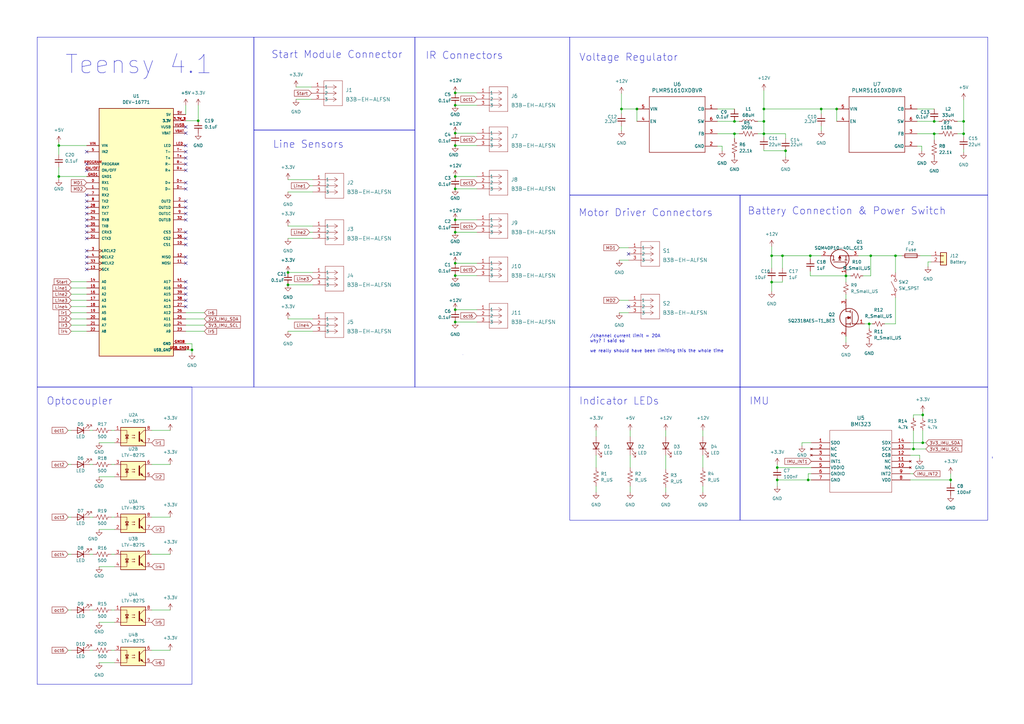
<source format=kicad_sch>
(kicad_sch (version 20230121) (generator eeschema)
  (paper "A3")
  (junction (at 383.159 49.784))
  (junction (at 186.69 113.03))
  (junction (at 383.159 54.864))
  (junction (at 24.13 72.39))
  (junction (at 186.69 77.47))
  (junction (at 378.46 170.18))
  (junction (at 378.46 181.61))
  (junction (at 186.69 43.18))
  (junction (at 78.74 143.51))
  (junction (at 313.309 44.704))
  (junction (at 395.224 54.864))
  (junction (at 186.69 38.1))
  (junction (at 357.124 104.902))
  (junction (at 395.224 49.784))
  (junction (at 254.889 44.704))
  (junction (at 318.77 191.77))
  (junction (at 186.69 90.17))
  (junction (at 322.199 61.849))
  (junction (at 316.484 104.902))
  (junction (at 118.11 116.84))
  (junction (at 186.69 95.25))
  (junction (at 261.239 44.704))
  (junction (at 332.359 104.902))
  (junction (at 331.47 196.85))
  (junction (at 343.154 44.704))
  (junction (at 320.929 104.902))
  (junction (at 301.244 54.864))
  (junction (at 389.89 196.85))
  (junction (at 313.309 49.784))
  (junction (at 336.804 44.704))
  (junction (at 186.69 127))
  (junction (at 356.489 132.842))
  (junction (at 374.65 184.15))
  (junction (at 81.28 49.53))
  (junction (at 24.13 59.69))
  (junction (at 301.244 49.784))
  (junction (at 186.69 72.39))
  (junction (at 316.484 115.697))
  (junction (at 186.69 54.61))
  (junction (at 318.77 196.85))
  (junction (at 186.69 59.69))
  (junction (at 313.309 54.864))
  (junction (at 346.964 113.157))
  (junction (at 367.284 104.902))
  (junction (at 118.11 111.76))
  (junction (at 186.69 107.95))
  (junction (at 186.69 132.08))
  (no_connect (at 35.56 102.87))
  (no_connect (at 76.2 82.55))
  (no_connect (at 76.2 95.25))
  (no_connect (at 76.2 100.33))
  (no_connect (at 76.2 90.17))
  (no_connect (at 35.56 95.25))
  (no_connect (at 35.56 97.79))
  (no_connect (at 76.2 87.63))
  (no_connect (at 257.81 125.73))
  (no_connect (at 257.81 104.14))
  (no_connect (at 76.2 120.65))
  (no_connect (at 76.2 77.47))
  (no_connect (at 76.2 118.11))
  (no_connect (at 35.56 90.17))
  (no_connect (at 76.2 74.93))
  (no_connect (at 76.2 69.85))
  (no_connect (at 76.2 125.73))
  (no_connect (at 35.56 69.85))
  (no_connect (at 76.2 97.79))
  (no_connect (at 76.2 59.69))
  (no_connect (at 35.56 67.31))
  (no_connect (at 35.56 92.71))
  (no_connect (at 76.2 67.31))
  (no_connect (at 76.2 85.09))
  (no_connect (at 76.2 62.23))
  (no_connect (at 76.2 105.41))
  (no_connect (at 35.56 62.23))
  (no_connect (at 35.56 82.55))
  (no_connect (at 76.2 123.19))
  (no_connect (at 76.2 52.07))
  (no_connect (at 35.56 85.09))
  (no_connect (at 76.2 64.77))
  (no_connect (at 76.2 115.57))
  (no_connect (at 35.56 110.49))
  (no_connect (at 76.2 107.95))
  (no_connect (at 35.56 105.41))
  (no_connect (at 76.2 54.61))
  (no_connect (at 35.56 87.63))
  (no_connect (at 35.56 107.95))
  (no_connect (at 35.56 80.01))
  (wire (pts (xy 81.28 49.53) (xy 76.2 49.53)))
  (wire (pts (xy 186.69 95.25) (xy 195.58 95.25)))
  (wire (pts (xy 35.56 72.39) (xy 24.13 72.39)))
  (wire (pts (xy 40.64 255.27) (xy 46.99 255.27)))
  (wire (pts (xy 374.65 184.15) (xy 379.73 184.15)))
  (wire (pts (xy 69.85 212.09) (xy 62.23 212.09)))
  (wire (pts (xy 76.2 128.27) (xy 83.82 128.27)))
  (wire (pts (xy 367.284 104.902) (xy 369.824 104.902)))
  (wire (pts (xy 76.2 135.89) (xy 83.82 135.89)))
  (wire (pts (xy 288.29 186.69) (xy 288.29 191.77)))
  (wire (pts (xy 322.199 61.849) (xy 322.199 64.389)))
  (wire (pts (xy 378.46 170.18) (xy 374.65 170.18)))
  (wire (pts (xy 395.224 40.894) (xy 395.224 49.784)))
  (wire (pts (xy 378.46 170.18) (xy 378.46 168.91)))
  (wire (pts (xy 45.72 212.09) (xy 46.99 212.09)))
  (wire (pts (xy 332.359 104.902) (xy 320.929 104.902)))
  (wire (pts (xy 373.38 186.69) (xy 377.19 186.69)))
  (wire (pts (xy 392.684 49.784) (xy 395.224 49.784)))
  (wire (pts (xy 336.804 104.902) (xy 332.359 104.902)))
  (wire (pts (xy 322.199 54.864) (xy 313.309 54.864)))
  (wire (pts (xy 328.93 181.61) (xy 328.93 182.88)))
  (wire (pts (xy 76.2 143.51) (xy 78.74 143.51)))
  (wire (pts (xy 78.74 140.97) (xy 78.74 143.51)))
  (wire (pts (xy 35.56 59.69) (xy 24.13 59.69)))
  (wire (pts (xy 118.11 73.66) (xy 128.27 73.66)))
  (wire (pts (xy 383.159 49.784) (xy 385.064 49.784)))
  (wire (pts (xy 69.85 266.7) (xy 62.23 266.7)))
  (wire (pts (xy 69.85 250.19) (xy 62.23 250.19)))
  (wire (pts (xy 27.94 250.19) (xy 29.21 250.19)))
  (wire (pts (xy 186.69 59.69) (xy 195.58 59.69)))
  (wire (pts (xy 316.484 115.062) (xy 316.484 115.697)))
  (wire (pts (xy 258.445 199.39) (xy 258.445 201.93)))
  (wire (pts (xy 27.94 176.53) (xy 29.21 176.53)))
  (wire (pts (xy 380.619 107.442) (xy 380.619 109.347)))
  (wire (pts (xy 45.72 266.7) (xy 46.99 266.7)))
  (wire (pts (xy 118.11 97.79) (xy 128.27 97.79)))
  (wire (pts (xy 254 106.68) (xy 257.81 106.68)))
  (wire (pts (xy 392.684 54.864) (xy 395.224 54.864)))
  (wire (pts (xy 362.839 132.842) (xy 367.284 132.842)))
  (wire (pts (xy 374.65 170.18) (xy 374.65 171.45)))
  (wire (pts (xy 24.13 59.69) (xy 24.13 63.5)))
  (wire (pts (xy 29.21 125.73) (xy 35.56 125.73)))
  (wire (pts (xy 78.74 143.51) (xy 78.74 144.78)))
  (wire (pts (xy 318.77 191.77) (xy 332.74 191.77)))
  (wire (pts (xy 273.05 176.53) (xy 273.05 179.07)))
  (wire (pts (xy 316.484 109.982) (xy 316.484 104.902)))
  (wire (pts (xy 288.29 176.53) (xy 288.29 179.07)))
  (wire (pts (xy 127 95.25) (xy 128.27 95.25)))
  (wire (pts (xy 273.05 186.69) (xy 273.05 192.405)))
  (wire (pts (xy 313.309 54.864) (xy 313.309 56.134)))
  (wire (pts (xy 301.244 54.864) (xy 301.244 56.769)))
  (wire (pts (xy 29.21 120.65) (xy 35.56 120.65)))
  (wire (pts (xy 24.13 59.69) (xy 24.13 58.42)))
  (wire (pts (xy 76.2 133.35) (xy 83.82 133.35)))
  (wire (pts (xy 36.83 266.7) (xy 38.1 266.7)))
  (wire (pts (xy 27.94 212.09) (xy 29.21 212.09)))
  (wire (pts (xy 40.64 271.78) (xy 46.99 271.78)))
  (wire (pts (xy 367.284 111.887) (xy 367.284 104.902)))
  (wire (pts (xy 318.77 190.5) (xy 318.77 191.77)))
  (wire (pts (xy 381.889 107.442) (xy 380.619 107.442)))
  (wire (pts (xy 374.65 176.53) (xy 374.65 184.15)))
  (wire (pts (xy 356.489 132.842) (xy 357.759 132.842)))
  (wire (pts (xy 377.444 104.902) (xy 381.889 104.902)))
  (wire (pts (xy 378.46 176.53) (xy 378.46 181.61)))
  (wire (pts (xy 378.079 59.944) (xy 378.079 61.849)))
  (wire (pts (xy 354.584 132.842) (xy 356.489 132.842)))
  (wire (pts (xy 29.21 130.81) (xy 35.56 130.81)))
  (wire (pts (xy 118.11 78.74) (xy 128.27 78.74)))
  (wire (pts (xy 378.46 181.61) (xy 373.38 181.61)))
  (wire (pts (xy 186.69 132.08) (xy 195.58 132.08)))
  (wire (pts (xy 121.412 40.767) (xy 127.762 40.767)))
  (wire (pts (xy 244.475 186.69) (xy 244.475 191.77)))
  (wire (pts (xy 316.484 115.697) (xy 316.484 119.507)))
  (wire (pts (xy 294.259 49.784) (xy 301.244 49.784)))
  (wire (pts (xy 356.489 132.842) (xy 356.489 134.747)))
  (wire (pts (xy 346.964 113.157) (xy 348.869 113.157)))
  (wire (pts (xy 186.69 77.47) (xy 195.58 77.47)))
  (wire (pts (xy 320.929 115.062) (xy 320.929 115.697)))
  (wire (pts (xy 294.259 54.864) (xy 301.244 54.864)))
  (wire (pts (xy 118.11 92.71) (xy 128.27 92.71)))
  (wire (pts (xy 395.224 54.864) (xy 395.224 56.134)))
  (wire (pts (xy 320.929 104.902) (xy 316.484 104.902)))
  (wire (pts (xy 310.769 54.864) (xy 313.309 54.864)))
  (wire (pts (xy 40.64 217.17) (xy 46.99 217.17)))
  (wire (pts (xy 373.38 184.15) (xy 374.65 184.15)))
  (wire (pts (xy 244.475 176.53) (xy 244.475 179.07)))
  (wire (pts (xy 376.174 54.864) (xy 383.159 54.864)))
  (wire (pts (xy 331.47 196.85) (xy 332.74 196.85)))
  (wire (pts (xy 357.124 113.157) (xy 357.124 104.902)))
  (wire (pts (xy 40.64 181.61) (xy 46.99 181.61)))
  (wire (pts (xy 310.769 49.784) (xy 313.309 49.784)))
  (wire (pts (xy 27.94 190.5) (xy 29.21 190.5)))
  (wire (pts (xy 45.72 176.53) (xy 46.99 176.53)))
  (wire (pts (xy 186.69 43.18) (xy 195.58 43.18)))
  (wire (pts (xy 186.69 72.39) (xy 195.58 72.39)))
  (wire (pts (xy 35.56 115.57) (xy 29.21 115.57)))
  (wire (pts (xy 376.174 59.944) (xy 378.079 59.944)))
  (wire (pts (xy 186.69 113.03) (xy 195.58 113.03)))
  (wire (pts (xy 29.21 118.11) (xy 35.56 118.11)))
  (wire (pts (xy 313.309 44.704) (xy 336.804 44.704)))
  (wire (pts (xy 296.164 59.944) (xy 296.164 61.849)))
  (wire (pts (xy 336.804 46.609) (xy 336.804 44.704)))
  (wire (pts (xy 353.949 113.157) (xy 357.124 113.157)))
  (wire (pts (xy 27.94 266.7) (xy 29.21 266.7)))
  (wire (pts (xy 40.64 232.41) (xy 46.99 232.41)))
  (wire (pts (xy 395.224 54.864) (xy 395.224 49.784)))
  (wire (pts (xy 318.77 196.85) (xy 331.47 196.85)))
  (wire (pts (xy 322.199 56.769) (xy 322.199 54.864)))
  (wire (pts (xy 389.89 194.31) (xy 389.89 196.85)))
  (wire (pts (xy 320.929 115.697) (xy 316.484 115.697)))
  (wire (pts (xy 294.259 44.704) (xy 301.244 44.704)))
  (wire (pts (xy 320.929 104.902) (xy 320.929 109.982)))
  (wire (pts (xy 331.47 194.31) (xy 331.47 196.85)))
  (wire (pts (xy 254 128.27) (xy 257.81 128.27)))
  (wire (pts (xy 254.889 44.704) (xy 261.239 44.704)))
  (wire (pts (xy 346.964 120.777) (xy 346.964 122.682)))
  (wire (pts (xy 27.94 227.33) (xy 29.21 227.33)))
  (wire (pts (xy 343.154 44.704) (xy 343.154 49.784)))
  (wire (pts (xy 377.19 186.69) (xy 377.19 187.96)))
  (wire (pts (xy 346.964 137.922) (xy 346.964 140.462)))
  (wire (pts (xy 378.46 170.18) (xy 378.46 171.45)))
  (wire (pts (xy 186.69 127) (xy 195.58 127)))
  (wire (pts (xy 121.412 35.687) (xy 127.762 35.687)))
  (wire (pts (xy 254.889 38.354) (xy 254.889 44.704)))
  (wire (pts (xy 81.28 43.18) (xy 81.28 49.53)))
  (wire (pts (xy 254.889 46.609) (xy 254.889 44.704)))
  (wire (pts (xy 36.83 190.5) (xy 38.1 190.5)))
  (wire (pts (xy 318.77 199.39) (xy 318.77 196.85)))
  (wire (pts (xy 24.13 72.39) (xy 24.13 73.66)))
  (wire (pts (xy 373.38 196.85) (xy 389.89 196.85)))
  (wire (pts (xy 69.85 176.53) (xy 62.23 176.53)))
  (wire (pts (xy 45.72 190.5) (xy 46.99 190.5)))
  (wire (pts (xy 29.21 128.27) (xy 35.56 128.27)))
  (wire (pts (xy 24.13 68.58) (xy 24.13 72.39)))
  (wire (pts (xy 76.2 43.18) (xy 76.2 46.99)))
  (wire (pts (xy 288.29 199.39) (xy 288.29 201.93)))
  (wire (pts (xy 45.72 250.19) (xy 46.99 250.19)))
  (wire (pts (xy 29.21 135.89) (xy 35.56 135.89)))
  (wire (pts (xy 346.964 112.522) (xy 346.964 113.157)))
  (wire (pts (xy 379.73 181.61) (xy 378.46 181.61)))
  (wire (pts (xy 45.72 227.33) (xy 46.99 227.33)))
  (wire (pts (xy 118.11 130.81) (xy 128.27 130.81)))
  (wire (pts (xy 313.309 61.849) (xy 322.199 61.849)))
  (wire (pts (xy 357.124 104.902) (xy 367.284 104.902)))
  (wire (pts (xy 374.65 194.31) (xy 373.38 194.31)))
  (wire (pts (xy 118.11 116.84) (xy 128.27 116.84)))
  (wire (pts (xy 244.475 199.39) (xy 244.475 201.93)))
  (wire (pts (xy 69.85 227.33) (xy 62.23 227.33)))
  (wire (pts (xy 258.445 186.69) (xy 258.445 191.77)))
  (wire (pts (xy 346.964 113.157) (xy 346.964 115.697)))
  (wire (pts (xy 258.445 176.53) (xy 258.445 179.07)))
  (wire (pts (xy 36.83 212.09) (xy 38.1 212.09)))
  (wire (pts (xy 186.69 54.61) (xy 195.58 54.61)))
  (wire (pts (xy 118.11 135.89) (xy 128.27 135.89)))
  (wire (pts (xy 273.05 200.025) (xy 273.05 201.93)))
  (wire (pts (xy 254 123.19) (xy 257.81 123.19)))
  (wire (pts (xy 301.244 49.784) (xy 303.149 49.784)))
  (wire (pts (xy 76.2 130.81) (xy 83.82 130.81)))
  (wire (pts (xy 261.239 44.704) (xy 261.239 49.784)))
  (wire (pts (xy 127 76.2) (xy 128.27 76.2)))
  (wire (pts (xy 352.044 104.902) (xy 357.124 104.902)))
  (wire (pts (xy 36.83 176.53) (xy 38.1 176.53)))
  (wire (pts (xy 313.309 54.864) (xy 313.309 49.784)))
  (wire (pts (xy 186.69 90.17) (xy 195.58 90.17)))
  (wire (pts (xy 316.484 104.902) (xy 316.484 101.092)))
  (wire (pts (xy 313.309 49.784) (xy 313.309 44.704)))
  (wire (pts (xy 383.159 54.864) (xy 383.159 57.404)))
  (wire (pts (xy 69.85 190.5) (xy 62.23 190.5)))
  (wire (pts (xy 332.359 104.902) (xy 332.359 106.172)))
  (wire (pts (xy 332.74 194.31) (xy 331.47 194.31)))
  (wire (pts (xy 294.259 59.944) (xy 296.164 59.944)))
  (wire (pts (xy 376.174 44.704) (xy 383.159 44.704)))
  (wire (pts (xy 389.89 198.12) (xy 389.89 196.85)))
  (wire (pts (xy 383.159 54.864) (xy 385.064 54.864)))
  (wire (pts (xy 301.244 54.864) (xy 303.149 54.864)))
  (wire (pts (xy 395.224 61.214) (xy 395.224 62.484)))
  (wire (pts (xy 36.83 250.19) (xy 38.1 250.19)))
  (wire (pts (xy 332.359 111.252) (xy 332.359 113.157)))
  (wire (pts (xy 376.174 49.784) (xy 383.159 49.784)))
  (wire (pts (xy 254 101.6) (xy 257.81 101.6)))
  (wire (pts (xy 254.889 51.689) (xy 254.889 53.594)))
  (wire (pts (xy 186.69 107.95) (xy 195.58 107.95)))
  (wire (pts (xy 332.74 181.61) (xy 328.93 181.61)))
  (wire (pts (xy 313.309 37.084) (xy 313.309 44.704)))
  (wire (pts (xy 36.83 227.33) (xy 38.1 227.33)))
  (wire (pts (xy 367.284 132.842) (xy 367.284 122.047)))
  (wire (pts (xy 313.309 61.214) (xy 313.309 61.849)))
  (wire (pts (xy 336.804 44.704) (xy 343.154 44.704)))
  (wire (pts (xy 118.11 111.76) (xy 128.27 111.76)))
  (wire (pts (xy 76.2 140.97) (xy 78.74 140.97)))
  (wire (pts (xy 332.359 113.157) (xy 346.964 113.157)))
  (wire (pts (xy 186.69 38.1) (xy 195.58 38.1)))
  (wire (pts (xy 336.804 51.689) (xy 336.804 53.594)))
  (wire (pts (xy 40.64 195.58) (xy 46.99 195.58)))
  (wire (pts (xy 29.21 123.19) (xy 35.56 123.19)))
  (wire (pts (xy 29.21 133.35) (xy 35.56 133.35)))
  (rectangle (start 15.24 15.24) (end 104.14 158.75))
  (rectangle (start 170.18 15.24) (end 233.68 158.75))
  (rectangle (start 104.14 15.24) (end 170.18 53.34))
  (rectangle (start 233.68 158.75) (end 303.53 213.36))
  (rectangle (start 189.865 145.415) (end 189.865 145.415))
  (rectangle (start 104.14 15.24) (end 104.14 15.24))
  (rectangle (start 233.68 15.24) (end 405.13 80.01))
  (rectangle (start 303.53 158.75) (end 405.13 213.36))
  (rectangle (start 233.68 80.01) (end 303.53 158.75))
  (rectangle (start 407.035 187.325) (end 407.035 187.96))
  (rectangle (start 303.53 80.01) (end 405.13 158.75))
  (rectangle (start 104.14 53.34) (end 170.18 158.75))
  (rectangle (start 15.24 158.75) (end 78.74 280.67))
  (text "Line Sensors" (at 111.887 61.087 0) (effects (font (size 3 3)) (justify left bottom)))
  (text "/channel current limit = 20A\nwhy? i said so\n\nwe really should have been limiting this the whole time\n" (at 241.935 144.78 0) (effects (font (size 1.27 1.27)) (justify left bottom)))
  (text "Start Module Connector" (at 111.252 24.257 0) (effects (font (size 3 3)) (justify left bottom)))
  (text "Motor Driver Connectors" (at 237.236 89.154 0) (effects (font (size 3 3)) (justify left bottom)))
  (text "Optocoupler" (at 19.05 166.37 0) (effects (font (size 3 3)) (justify left bottom)))
  (text "Indicator LEDs\n" (at 237.49 166.37 0) (effects (font (size 3 3)) (justify left bottom)))
  (text "Battery Connection & Power Switch" (at 306.578 88.392 0) (effects (font (size 3 3)) (justify left bottom)))
  (text "Teensy 4.1\n" (at 26.416 30.988 0) (effects (font (size 7.5 7.5)) (justify left bottom)))
  (text "Voltage Regulator" (at 237.49 25.4 0) (effects (font (size 3 3)) (justify left bottom)))
  (text "IR Connectors" (at 174.498 24.638 0) (effects (font (size 3 3)) (justify left bottom)))
  (text "IMU\n" (at 307.34 166.37 0) (effects (font (size 3 3)) (justify left bottom)))
  (global_label "IMU_INT1" (shape input) (at 332.74 189.23 180) (property "Intersheetrefs" "${INTERSHEET_REFS}" (effects hide)))
  (global_label "ir6" (shape input) (at 62.23 271.78 0) (property "Intersheetrefs" "${INTERSHEET_REFS}" (effects hide)))
  (global_label "oct1" (shape input) (at 27.94 176.53 180) (property "Intersheetrefs" "${INTERSHEET_REFS}" (effects hide)))
  (global_label "3V3_IMU_SDA" (shape input) (at 83.82 130.81 0) (property "Intersheetrefs" "${INTERSHEET_REFS}" (effects hide)))
  (global_label "oct2" (shape input) (at 27.94 190.5 180) (property "Intersheetrefs" "${INTERSHEET_REFS}" (effects hide)))
  (global_label "ir6" (shape input) (at 83.82 128.27 0) (property "Intersheetrefs" "${INTERSHEET_REFS}" (effects hide)))
  (global_label "ir5" (shape input) (at 62.23 255.27 0) (property "Intersheetrefs" "${INTERSHEET_REFS}" (effects hide)))
  (global_label "ir2" (shape input) (at 62.23 195.58 0) (property "Intersheetrefs" "${INTERSHEET_REFS}" (effects hide)))
  (global_label "Line4" (shape input) (at 128.27 133.35 180) (property "Intersheetrefs" "${INTERSHEET_REFS}" (effects hide)))
  (global_label "oct6" (shape input) (at 27.94 266.7 180) (property "Intersheetrefs" "${INTERSHEET_REFS}" (effects hide)))
  (global_label "Line1" (shape input) (at 127 76.2 180) (property "Intersheetrefs" "${INTERSHEET_REFS}" (effects hide)))
  (global_label "oct3" (shape input) (at 195.58 74.93 180) (property "Intersheetrefs" "${INTERSHEET_REFS}" (effects hide)))
  (global_label "3V3_IMU_SCL" (shape input) (at 379.73 184.15 0) (property "Intersheetrefs" "${INTERSHEET_REFS}" (effects hide)))
  (global_label "MD1" (shape input) (at 254 101.6 180) (property "Intersheetrefs" "${INTERSHEET_REFS}" (effects hide)))
  (global_label "oct4" (shape input) (at 195.58 92.71 180) (property "Intersheetrefs" "${INTERSHEET_REFS}" (effects hide)))
  (global_label "Line2" (shape input) (at 29.21 120.65 180) (property "Intersheetrefs" "${INTERSHEET_REFS}" (effects hide)))
  (global_label "oct1" (shape input) (at 195.58 40.64 180) (property "Intersheetrefs" "${INTERSHEET_REFS}" (effects hide)))
  (global_label "oct3" (shape input) (at 27.94 212.09 180) (property "Intersheetrefs" "${INTERSHEET_REFS}" (effects hide)))
  (global_label "MD2" (shape input) (at 254 123.19 180) (property "Intersheetrefs" "${INTERSHEET_REFS}" (effects hide)))
  (global_label "Line3" (shape input) (at 29.21 123.19 180) (property "Intersheetrefs" "${INTERSHEET_REFS}" (effects hide)))
  (global_label "3V3_IMU_SDA" (shape input) (at 379.73 181.61 0) (property "Intersheetrefs" "${INTERSHEET_REFS}" (effects hide)))
  (global_label "ir2" (shape input) (at 29.21 130.81 180) (property "Intersheetrefs" "${INTERSHEET_REFS}" (effects hide)))
  (global_label "oct2" (shape input) (at 195.58 57.15 180) (property "Intersheetrefs" "${INTERSHEET_REFS}" (effects hide)))
  (global_label "3V3_IMU_SCL" (shape input) (at 83.82 133.35 0) (property "Intersheetrefs" "${INTERSHEET_REFS}" (effects hide)))
  (global_label "IMU_INT2" (shape input) (at 374.65 194.31 0) (property "Intersheetrefs" "${INTERSHEET_REFS}" (effects hide)))
  (global_label "Line4" (shape input) (at 29.21 125.73 180) (property "Intersheetrefs" "${INTERSHEET_REFS}" (effects hide)))
  (global_label "ir1" (shape input) (at 62.23 181.61 0) (property "Intersheetrefs" "${INTERSHEET_REFS}" (effects hide)))
  (global_label "Start" (shape input) (at 29.21 115.57 180) (property "Intersheetrefs" "${INTERSHEET_REFS}" (effects hide)))
  (global_label "oct4" (shape input) (at 27.94 227.33 180) (property "Intersheetrefs" "${INTERSHEET_REFS}" (effects hide)))
  (global_label "Line1" (shape input) (at 29.21 118.11 180) (property "Intersheetrefs" "${INTERSHEET_REFS}" (effects hide)))
  (global_label "ir3" (shape input) (at 29.21 133.35 180) (property "Intersheetrefs" "${INTERSHEET_REFS}" (effects hide)))
  (global_label "MD2" (shape input) (at 35.56 77.47 180) (property "Intersheetrefs" "${INTERSHEET_REFS}" (effects hide)))
  (global_label "oct6" (shape input) (at 195.58 129.54 180) (property "Intersheetrefs" "${INTERSHEET_REFS}" (effects hide)))
  (global_label "oct5" (shape input) (at 195.58 110.49 180) (property "Intersheetrefs" "${INTERSHEET_REFS}" (effects hide)))
  (global_label "Line3" (shape input) (at 128.27 114.3 180) (property "Intersheetrefs" "${INTERSHEET_REFS}" (effects hide)))
  (global_label "ir4" (shape input) (at 29.21 135.89 180) (property "Intersheetrefs" "${INTERSHEET_REFS}" (effects hide)))
  (global_label "oct5" (shape input) (at 27.94 250.19 180) (property "Intersheetrefs" "${INTERSHEET_REFS}" (effects hide)))
  (global_label "ir4" (shape input) (at 62.23 232.41 0) (property "Intersheetrefs" "${INTERSHEET_REFS}" (effects hide)))
  (global_label "ir5" (shape input) (at 83.82 135.89 0) (property "Intersheetrefs" "${INTERSHEET_REFS}" (effects hide)))
  (global_label "Start" (shape input) (at 127.762 38.227 180) (property "Intersheetrefs" "${INTERSHEET_REFS}" (effects hide)))
  (global_label "ir3" (shape input) (at 62.23 217.17 0) (property "Intersheetrefs" "${INTERSHEET_REFS}" (effects hide)))
  (global_label "ir1" (shape input) (at 29.21 128.27 180) (property "Intersheetrefs" "${INTERSHEET_REFS}" (effects hide)))
  (global_label "MD1" (shape input) (at 35.56 74.93 180) (property "Intersheetrefs" "${INTERSHEET_REFS}" (effects hide)))
  (global_label "Line2" (shape input) (at 127 95.25 180) (property "Intersheetrefs" "${INTERSHEET_REFS}" (effects hide)))
  (symbol (lib_id "Device:C_Small") (at 24.13 66.04 0) (unit 1)
    (property "Reference" "C20" (at 26.67 63.5 0) (effects (justify left)))
    (property "Value" "0.1uF" (at 26.67 66.04 0) (effects (justify left)))
  )
  (symbol (lib_id "power:GND") (at 118.11 97.79 0) (unit 1)
    (property "Reference" "#PWR0114" (effects hide))
    (property "Value" "GND" (at 118.11 102.87 0))
  )
  (symbol (lib_id "SQM40P10-40L_GE3:SQM40P10-40L_GE3") (at 346.964 112.522 90) (unit 1)
    (property "Reference" "Q1" (at 353.949 99.187 90) (effects (justify left)))
    (property "Value" "SQM40P10-40L_GE3" (at 353.949 101.727 90) (effects (justify left)))
    (property "Footprint" "SQM40P1040L_GE3" (effects hide))
    (property "Datasheet" "https://componentsearchengine.com/Datasheets/1/SQM40P10-40L_GE3.pdf" (effects hide))
    (property "Height" "6.223" (effects hide))
    (property "Mouser Part Number" "78-SQM40P10-40L_GE3" (effects hide))
    (property "Mouser Price/Stock" "https://www.mouser.co.uk/ProductDetail/Vishay-Siliconix/SQM40P10-40L_GE3?qs=jHkklCh7amg3sgsHIUrcaw%3D%3D" (effects hide))
    (property "Manufacturer_Name" "Vishay" (effects hide))
    (property "Manufacturer_Part_Number" "SQM40P10-40L_GE3" (effects hide))
  )
  (symbol (lib_id "power:+3.3V") (at 389.89 194.31 0) (unit 1)
    (property "Reference" "#PWR025" (effects hide))
    (property "Value" "+3.3V" (at 389.89 189.23 0))
  )
  (symbol (lib_id "power:GND") (at 186.69 113.03 0) (unit 1)
    (property "Reference" "#PWR0103" (effects hide))
    (property "Value" "GND" (at 186.69 116.84 0))
  )
  (symbol (lib_id "Device:L") (at 306.959 49.784 90) (unit 1)
    (property "Reference" "L1" (at 306.959 44.704 90))
    (property "Value" "68uH" (at 306.959 47.244 90))
  )
  (symbol (lib_id "3pos:B3B-EH-ALFSN") (at 195.58 90.17 0) (unit 1)
    (property "Reference" "J9" (at 209.55 91.44 0) (effects (font (size 1.524 1.524)) (justify left)))
    (property "Value" "B3B-EH-ALFSN" (at 209.55 95.25 0) (effects (font (size 1.524 1.524)) (justify left)))
    (property "Footprint" "3pos screw terminal:CUI_TB002-500-03BE" (effects hide))
    (property "Datasheet" "B3B-EH-ALFSN" (effects hide))
  )
  (symbol (lib_name "GND_1") (lib_id "power:GND") (at 288.29 201.93 0) (unit 1)
    (property "Reference" "#PWR08" (effects hide))
    (property "Value" "GND" (at 288.29 207.01 0))
  )
  (symbol (lib_name "GND_2") (lib_id "power:GND") (at 395.224 62.484 0) (unit 1)
    (property "Reference" "#PWR015" (effects hide))
    (property "Value" "GND" (at 395.224 67.564 0))
  )
  (symbol (lib_id "Isolator:LTV-827S") (at 54.61 214.63 0) (unit 1)
    (property "Reference" "U3" (at 54.61 205.74 0))
    (property "Value" "LTV-827S" (at 54.61 208.28 0))
    (property "Footprint" "Package_DIP:SMDIP-8_W9.53mm" (effects hide))
    (property "Datasheet" "http://www.us.liteon.com/downloads/LTV-817-827-847.PDF" (effects hide))
  )
  (symbol (lib_id "Isolator:LTV-827S") (at 54.61 193.04 0) (unit 2)
    (property "Reference" "U2" (at 54.61 184.15 0))
    (property "Value" "LTV-827S" (at 54.61 186.69 0))
    (property "Footprint" "Package_DIP:SMDIP-8_W9.53mm" (effects hide))
    (property "Datasheet" "http://www.us.liteon.com/downloads/LTV-817-827-847.PDF" (effects hide))
  )
  (symbol (lib_id "Device:C_Small") (at 336.804 49.149 0) (unit 1)
    (property "Reference" "C10" (at 331.089 47.879 0) (effects (justify left)))
    (property "Value" "2.2uF" (at 329.819 49.784 0) (effects (justify left)))
  )
  (symbol (lib_id "Device:R_US") (at 273.05 196.215 0) (unit 1)
    (property "Reference" "R3" (at 274.955 194.945 0) (effects (justify left)))
    (property "Value" "R_US" (at 274.955 197.485 0) (effects (justify left)))
  )
  (symbol (lib_id "power:+3.3V") (at 244.475 176.53 0) (unit 1)
    (property "Reference" "#PWR01" (effects hide))
    (property "Value" "+3.3V" (at 244.475 171.45 0))
  )
  (symbol (lib_id "Device:R_Small_US") (at 351.409 113.157 90) (unit 1)
    (property "Reference" "R10" (at 351.409 107.442 90))
    (property "Value" "R_Small_US" (at 351.409 109.982 90))
  )
  (symbol (lib_id "Device:R_US") (at 383.159 61.214 180) (unit 1)
    (property "Reference" "R8" (at 385.064 59.944 0) (effects (justify right)))
    (property "Value" "22.1k" (at 385.064 62.484 0) (effects (justify right)))
  )
  (symbol (lib_id "Device:C_Small") (at 186.69 92.71 0) (unit 1)
    (property "Reference" "C2" (at 182.245 90.805 0) (effects (justify left)))
    (property "Value" "0.1uF" (at 179.705 93.345 0) (effects (justify left)))
  )
  (symbol (lib_id "Device:LED") (at 33.02 250.19 180) (unit 1)
    (property "Reference" "D9" (at 33.02 247.65 0))
    (property "Value" "LED" (at 33.02 252.73 0))
  )
  (symbol (lib_name "GND_2") (lib_id "power:GND") (at 336.804 53.594 0) (unit 1)
    (property "Reference" "#PWR013" (effects hide))
    (property "Value" "GND" (at 336.804 58.674 0))
  )
  (symbol (lib_name "GND_1") (lib_id "power:GND") (at 328.93 182.88 0) (unit 1)
    (property "Reference" "#PWR027" (effects hide))
    (property "Value" "GND" (at 328.93 186.69 0))
  )
  (symbol (lib_id "Device:R_US") (at 258.445 195.58 0) (unit 1)
    (property "Reference" "R2" (at 260.35 194.31 0) (effects (justify left)))
    (property "Value" "R_US" (at 260.35 196.85 0) (effects (justify left)))
  )
  (symbol (lib_id "3pos:B3B-EH-ALFSN") (at 127.762 35.687 0) (unit 1)
    (property "Reference" "J1" (at 141.732 36.957 0) (effects (font (size 1.524 1.524)) (justify left)))
    (property "Value" "B3B-EH-ALFSN" (at 141.732 40.767 0) (effects (font (size 1.524 1.524)) (justify left)))
    (property "Footprint" "3pos screw terminal:CUI_TB002-500-03BE" (effects hide))
    (property "Datasheet" "B3B-EH-ALFSN" (effects hide))
  )
  (symbol (lib_id "Device:LED") (at 273.05 182.88 90) (unit 1)
    (property "Reference" "D3" (at 276.225 183.1975 90) (effects (justify right)))
    (property "Value" "LED" (at 276.225 185.7375 90) (effects (justify right)))
  )
  (symbol (lib_id "Device:C_Small") (at 389.89 200.66 0) (unit 1)
    (property "Reference" "C8" (at 392.43 199.3963 0) (effects (justify left)))
    (property "Value" "100nF" (at 392.43 201.9363 0) (effects (justify left)))
  )
  (symbol (lib_id "power:+12V") (at 186.69 54.61 0) (unit 1)
    (property "Reference" "#PWR0128" (effects hide))
    (property "Value" "+12V" (at 186.69 50.8 0))
  )
  (symbol (lib_id "power:+3.3V") (at 81.28 43.18 0) (unit 1)
    (property "Reference" "#PWR0111" (effects hide))
    (property "Value" "+3.3V" (at 81.28 38.1 0))
  )
  (symbol (lib_id "power:+3.3V") (at 69.85 266.7 0) (unit 1)
    (property "Reference" "#PWR0132" (effects hide))
    (property "Value" "+3.3V" (at 69.85 261.62 0))
  )
  (symbol (lib_name "GND_1") (lib_id "power:GND") (at 258.445 201.93 0) (unit 1)
    (property "Reference" "#PWR06" (effects hide))
    (property "Value" "GND" (at 258.445 207.01 0))
  )
  (symbol (lib_id "power:+12V") (at 186.69 107.95 0) (unit 1)
    (property "Reference" "#PWR0104" (effects hide))
    (property "Value" "+12V" (at 186.69 104.14 0))
  )
  (symbol (lib_id "Device:LED") (at 258.445 182.88 90) (unit 1)
    (property "Reference" "D2" (at 261.62 183.1975 90) (effects (justify right)))
    (property "Value" "LED" (at 261.62 185.7375 90) (effects (justify right)))
  )
  (symbol (lib_id "power:GND") (at 118.11 135.89 0) (unit 1)
    (property "Reference" "#PWR0101" (effects hide))
    (property "Value" "GND" (at 118.11 140.97 0))
  )
  (symbol (lib_id "Device:L") (at 388.874 49.784 90) (unit 1)
    (property "Reference" "L2" (at 388.874 44.704 90))
    (property "Value" "33uH" (at 388.874 47.244 90))
  )
  (symbol (lib_id "Device:R_US") (at 306.959 54.864 90) (unit 1)
    (property "Reference" "R5" (at 306.324 50.419 90))
    (property "Value" "309k" (at 306.324 52.324 90))
  )
  (symbol (lib_id "power:+12V") (at 186.69 127 0) (unit 1)
    (property "Reference" "#PWR0102" (effects hide))
    (property "Value" "+12V" (at 186.69 123.19 0))
  )
  (symbol (lib_id "Device:C_Small") (at 318.77 194.31 0) (unit 1)
    (property "Reference" "C7" (at 321.31 193.0463 0) (effects (justify left)))
    (property "Value" "100nF" (at 321.31 195.5863 0) (effects (justify left)))
  )
  (symbol (lib_id "3pos:B3B-EH-ALFSN") (at 257.81 101.6 0) (unit 1)
    (property "Reference" "S1" (at 271.78 102.87 0) (effects (font (size 1.524 1.524)) (justify left)))
    (property "Value" "B3B-EH-ALFSN" (at 271.78 106.68 0) (effects (font (size 1.524 1.524)) (justify left)))
    (property "Footprint" "3pos screw terminal:CUI_TB002-500-03BE" (effects hide))
    (property "Datasheet" "B3B-EH-ALFSN" (effects hide))
  )
  (symbol (lib_id "3pos:B3B-EH-ALFSN") (at 195.58 38.1 0) (unit 1)
    (property "Reference" "J6" (at 209.55 39.37 0) (effects (font (size 1.524 1.524)) (justify left)))
    (property "Value" "B3B-EH-ALFSN" (at 209.55 43.18 0) (effects (font (size 1.524 1.524)) (justify left)))
    (property "Footprint" "3pos screw terminal:CUI_TB002-500-03BE" (effects hide))
    (property "Datasheet" "B3B-EH-ALFSN" (effects hide))
  )
  (symbol (lib_id "Device:C_Small") (at 81.28 52.07 0) (unit 1)
    (property "Reference" "C19" (at 83.82 49.53 0) (effects (justify left)))
    (property "Value" "0.1uF" (at 83.82 52.07 0) (effects (justify left)))
  )
  (symbol (lib_id "power:GND") (at 186.69 77.47 0) (unit 1)
    (property "Reference" "#PWR0107" (effects hide))
    (property "Value" "GND" (at 186.69 81.28 0))
  )
  (symbol (lib_name "GND_1") (lib_id "power:GND") (at 273.05 201.93 0) (unit 1)
    (property "Reference" "#PWR07" (effects hide))
    (property "Value" "GND" (at 273.05 207.01 0))
  )
  (symbol (lib_id "power:+12V") (at 273.05 176.53 0) (unit 1)
    (property "Reference" "#PWR02" (effects hide))
    (property "Value" "+12V" (at 273.05 171.45 0))
  )
  (symbol (lib_id "Device:R_Small_US") (at 374.65 173.99 0) (unit 1)
    (property "Reference" "R14" (at 368.3 172.72 0) (effects (justify left)))
    (property "Value" "4.7k" (at 368.3 175.26 0) (effects (justify left)))
  )
  (symbol (lib_id "3pos:B3B-EH-ALFSN") (at 128.27 92.71 0) (unit 1)
    (property "Reference" "J3" (at 142.24 93.98 0) (effects (font (size 1.524 1.524)) (justify left)))
    (property "Value" "B3B-EH-ALFSN" (at 142.24 97.79 0) (effects (font (size 1.524 1.524)) (justify left)))
    (property "Footprint" "3pos screw terminal:CUI_TB002-500-03BE" (effects hide))
    (property "Datasheet" "B3B-EH-ALFSN" (effects hide))
  )
  (symbol (lib_id "power:+3.3V") (at 118.11 73.66 0) (unit 1)
    (property "Reference" "#PWR0124" (effects hide))
    (property "Value" "+3.3V" (at 118.11 68.58 0))
  )
  (symbol (lib_id "power:+3.3V") (at 69.85 176.53 0) (unit 1)
    (property "Reference" "#PWR0119" (effects hide))
    (property "Value" "+3.3V" (at 69.85 171.45 0))
  )
  (symbol (lib_id "Connector_Generic:Conn_01x02") (at 386.969 104.902 0) (unit 1)
    (property "Reference" "J12" (at 389.509 104.9019 0) (effects (justify left)))
    (property "Value" "Battery" (at 389.509 107.4419 0) (effects (justify left)))
  )
  (symbol (lib_id "power:+5V") (at 258.445 176.53 0) (unit 1)
    (property "Reference" "#PWR04" (effects hide))
    (property "Value" "+5V" (at 258.445 171.45 0))
  )
  (symbol (lib_id "Isolator:LTV-827S") (at 54.61 229.87 0) (unit 2)
    (property "Reference" "U3" (at 54.61 220.98 0))
    (property "Value" "LTV-827S" (at 54.61 223.52 0))
    (property "Footprint" "Package_DIP:SMDIP-8_W9.53mm" (effects hide))
    (property "Datasheet" "http://www.us.liteon.com/downloads/LTV-817-827-847.PDF" (effects hide))
  )
  (symbol (lib_id "power:+5V") (at 395.224 40.894 0) (unit 1)
    (property "Reference" "#PWR018" (effects hide))
    (property "Value" "+5V" (at 395.224 35.814 0))
  )
  (symbol (lib_id "power:+12V") (at 186.69 72.39 0) (unit 1)
    (property "Reference" "#PWR0108" (effects hide))
    (property "Value" "+12V" (at 186.69 67.945 0))
  )
  (symbol (lib_id "Device:LED") (at 33.02 266.7 180) (unit 1)
    (property "Reference" "D10" (at 33.02 264.16 0))
    (property "Value" "LED" (at 33.02 269.24 0))
  )
  (symbol (lib_id "Device:LED") (at 244.475 182.88 90) (unit 1)
    (property "Reference" "D1" (at 247.65 183.1975 90) (effects (justify right)))
    (property "Value" "LED" (at 247.65 185.7375 90) (effects (justify right)))
  )
  (symbol (lib_name "GND_1") (lib_id "power:GND") (at 356.489 139.827 0) (unit 1)
    (property "Reference" "#PWR024" (effects hide))
    (property "Value" "GND" (at 356.489 144.907 0))
  )
  (symbol (lib_id "Device:R_US") (at 41.91 190.5 90) (unit 1)
    (property "Reference" "R18" (at 41.91 187.96 90))
    (property "Value" "500" (at 41.91 193.04 90))
  )
  (symbol (lib_id "Device:R_US") (at 41.91 212.09 90) (unit 1)
    (property "Reference" "R19" (at 41.91 209.55 90))
    (property "Value" "500" (at 41.91 214.63 90))
  )
  (symbol (lib_id "Device:LED") (at 33.02 212.09 180) (unit 1)
    (property "Reference" "D7" (at 33.02 209.55 0))
    (property "Value" "LED" (at 33.02 214.63 0))
  )
  (symbol (lib_id "Device:LED") (at 33.02 176.53 180) (unit 1)
    (property "Reference" "D5" (at 33.02 173.99 0))
    (property "Value" "LED" (at 33.02 179.07 0))
  )
  (symbol (lib_id "Device:R_Small_US") (at 378.46 173.99 0) (unit 1)
    (property "Reference" "R13" (at 380.365 172.72 0) (effects (justify left)))
    (property "Value" "4.7k" (at 380.365 175.26 0) (effects (justify left)))
  )
  (symbol (lib_id "3pos:B3B-EH-ALFSN") (at 128.27 111.76 0) (unit 1)
    (property "Reference" "J4" (at 142.24 113.03 0) (effects (font (size 1.524 1.524)) (justify left)))
    (property "Value" "B3B-EH-ALFSN" (at 142.24 116.84 0) (effects (font (size 1.524 1.524)) (justify left)))
    (property "Footprint" "3pos screw terminal:CUI_TB002-500-03BE" (effects hide))
    (property "Datasheet" "B3B-EH-ALFSN" (effects hide))
  )
  (symbol (lib_id "power:+3.3V") (at 69.85 227.33 0) (unit 1)
    (property "Reference" "#PWR0137" (effects hide))
    (property "Value" "+3.3V" (at 69.85 222.25 0))
  )
  (symbol (lib_id "power:+5V") (at 24.13 58.42 0) (unit 1)
    (property "Reference" "#PWR035" (effects hide))
    (property "Value" "+5V" (at 24.13 53.34 0))
  )
  (symbol (lib_id "power:+5V") (at 76.2 43.18 0) (unit 1)
    (property "Reference" "#PWR036" (effects hide))
    (property "Value" "+5V" (at 76.2 38.1 0))
  )
  (symbol (lib_name "GND_2") (lib_id "power:GND") (at 301.244 64.389 0) (unit 1)
    (property "Reference" "#PWR09" (effects hide))
    (property "Value" "GND" (at 301.244 69.469 0))
  )
  (symbol (lib_id "Device:R_US") (at 388.874 54.864 90) (unit 1)
    (property "Reference" "R7" (at 388.239 50.419 90))
    (property "Value" "118k" (at 388.239 52.324 90))
  )
  (symbol (lib_id "power:GND") (at 40.64 255.27 0) (unit 1)
    (property "Reference" "#PWR0135" (effects hide))
    (property "Value" "GND" (at 40.64 259.08 0))
  )
  (symbol (lib_id "Switch:SW_SPST") (at 367.284 116.967 90) (unit 1)
    (property "Reference" "SW2" (at 368.554 115.697 90) (effects (justify right)))
    (property "Value" "SW_SPST" (at 368.554 118.237 90) (effects (justify right)))
  )
  (symbol (lib_id "3pos:B3B-EH-ALFSN") (at 195.58 107.95 0) (unit 1)
    (property "Reference" "J10" (at 209.55 109.22 0) (effects (font (size 1.524 1.524)) (justify left)))
    (property "Value" "B3B-EH-ALFSN" (at 209.55 113.03 0) (effects (font (size 1.524 1.524)) (justify left)))
    (property "Footprint" "3pos screw terminal:CUI_TB002-500-03BE" (effects hide))
    (property "Datasheet" "B3B-EH-ALFSN" (effects hide))
  )
  (symbol (lib_id "power:+3.3V") (at 69.85 250.19 0) (unit 1)
    (property "Reference" "#PWR0133" (effects hide))
    (property "Value" "+3.3V" (at 69.85 245.11 0))
  )
  (symbol (lib_id "Device:C_Small") (at 301.244 47.244 0) (unit 1)
    (property "Reference" "C9" (at 295.529 45.974 0) (effects (justify left)))
    (property "Value" "0.1uF" (at 293.624 47.879 0) (effects (justify left)))
  )
  (symbol (lib_id "power:+3.3V") (at 378.46 168.91 0) (unit 1)
    (property "Reference" "#PWR031" (effects hide))
    (property "Value" "+3.3V" (at 378.46 163.83 0))
  )
  (symbol (lib_name "GND_1") (lib_id "power:GND") (at 244.475 201.93 0) (unit 1)
    (property "Reference" "#PWR05" (effects hide))
    (property "Value" "GND" (at 244.475 207.01 0))
  )
  (symbol (lib_name "GND_2") (lib_id "power:GND") (at 296.164 61.849 0) (unit 1)
    (property "Reference" "#PWR011" (effects hide))
    (property "Value" "GND" (at 296.164 66.929 0))
  )
  (symbol (lib_id "2024-02-18_20-15-12:BMI323") (at 332.74 181.61 0) (unit 1)
    (property "Reference" "U5" (at 353.06 171.45 0) (effects (font (size 1.524 1.524))))
    (property "Value" "BMI323" (at 353.06 173.99 0) (effects (font (size 1.524 1.524))))
    (property "Footprint" "BMI323_BOS" (effects hide))
    (property "Datasheet" "BMI323" (effects hide))
  )
  (symbol (lib_id "power:+3.3V") (at 121.412 35.687 0) (unit 1)
    (property "Reference" "#PWR0122" (effects hide))
    (property "Value" "+3.3V" (at 121.412 30.607 0))
  )
  (symbol (lib_id "Device:LED") (at 33.02 227.33 180) (unit 1)
    (property "Reference" "D8" (at 33.02 224.79 0))
    (property "Value" "LED" (at 33.02 229.87 0))
  )
  (symbol (lib_id "Isolator:LTV-827S") (at 54.61 179.07 0) (unit 1)
    (property "Reference" "U2" (at 54.61 170.18 0))
    (property "Value" "LTV-827S" (at 54.61 172.72 0))
    (property "Footprint" "Package_DIP:SMDIP-8_W9.53mm" (effects hide))
    (property "Datasheet" "http://www.us.liteon.com/downloads/LTV-817-827-847.PDF" (effects hide))
  )
  (symbol (lib_id "Isolator:LTV-827S") (at 54.61 269.24 0) (unit 2)
    (property "Reference" "U4" (at 54.61 260.35 0))
    (property "Value" "LTV-827S" (at 54.61 262.89 0))
    (property "Footprint" "Package_DIP:SMDIP-8_W9.53mm" (effects hide))
    (property "Datasheet" "http://www.us.liteon.com/downloads/LTV-817-827-847.PDF" (effects hide))
  )
  (symbol (lib_id "power:GND") (at 40.64 195.58 0) (unit 1)
    (property "Reference" "#PWR0131" (effects hide))
    (property "Value" "GND" (at 40.64 199.39 0))
  )
  (symbol (lib_id "power:GND") (at 186.69 95.25 0) (unit 1)
    (property "Reference" "#PWR0106" (effects hide))
    (property "Value" "GND" (at 186.69 99.06 0))
  )
  (symbol (lib_name "GND_1") (lib_id "power:GND") (at 24.13 73.66 0) (unit 1)
    (property "Reference" "#PWR034" (effects hide))
    (property "Value" "GND" (at 24.13 77.47 0))
  )
  (symbol (lib_name "+12V_1") (lib_id "power:+12V") (at 288.29 176.53 0) (unit 1)
    (property "Reference" "#PWR03" (effects hide))
    (property "Value" "+34V" (at 288.29 171.45 0))
  )
  (symbol (lib_id "power:GND") (at 254 106.68 0) (unit 1)
    (property "Reference" "#PWR0116" (effects hide))
    (property "Value" "GND" (at 254 111.76 0))
  )
  (symbol (lib_name "GND_2") (lib_id "power:GND") (at 378.079 61.849 0) (unit 1)
    (property "Reference" "#PWR014" (effects hide))
    (property "Value" "GND" (at 378.079 66.929 0))
  )
  (symbol (lib_id "Device:C_Small") (at 332.359 108.712 0) (unit 1)
    (property "Reference" "C18" (at 334.899 107.4483 0) (effects (justify left)))
    (property "Value" "1uF" (at 334.899 109.9883 0) (effects (justify left)))
  )
  (symbol (lib_name "GND_1") (lib_id "power:GND") (at 377.19 187.96 0) (unit 1)
    (property "Reference" "#PWR030" (effects hide))
    (property "Value" "GND" (at 377.19 191.77 0))
  )
  (symbol (lib_id "Device:C_Small") (at 186.69 40.64 0) (unit 1)
    (property "Reference" "C5" (at 182.245 38.735 0) (effects (justify left)))
    (property "Value" "0.1uF" (at 179.705 41.275 0) (effects (justify left)))
  )
  (symbol (lib_id "power:GND") (at 40.64 217.17 0) (unit 1)
    (property "Reference" "#PWR0129" (effects hide))
    (property "Value" "GND" (at 38.1 220.98 0))
  )
  (symbol (lib_id "Device:LED") (at 33.02 190.5 180) (unit 1)
    (property "Reference" "D6" (at 33.02 187.96 0))
    (property "Value" "LED" (at 33.02 193.04 0))
  )
  (symbol (lib_id "power:+3.3V") (at 69.85 212.09 0) (unit 1)
    (property "Reference" "#PWR0136" (effects hide))
    (property "Value" "+3.3V" (at 69.85 207.01 0))
  )
  (symbol (lib_id "Device:C_Small") (at 186.69 129.54 0) (unit 1)
    (property "Reference" "C6" (at 182.245 127.635 0) (effects (justify left)))
    (property "Value" "0.1uF" (at 179.705 130.175 0) (effects (justify left)))
  )
  (symbol (lib_id "3pos:B3B-EH-ALFSN") (at 128.27 130.81 0) (unit 1)
    (property "Reference" "J5" (at 142.24 132.08 0) (effects (font (size 1.524 1.524)) (justify left)))
    (property "Value" "B3B-EH-ALFSN" (at 142.24 135.89 0) (effects (font (size 1.524 1.524)) (justify left)))
    (property "Footprint" "3pos screw terminal:CUI_TB002-500-03BE" (effects hide))
    (property "Datasheet" "B3B-EH-ALFSN" (effects hide))
  )
  (symbol (lib_id "power:GND") (at 254 128.27 0) (unit 1)
    (property "Reference" "#PWR0115" (effects hide))
    (property "Value" "GND" (at 254 133.35 0))
  )
  (symbol (lib_id "power:+3.3V") (at 118.11 130.81 0) (unit 1)
    (property "Reference" "#PWR0110" (effects hide))
    (property "Value" "+3.3V" (at 118.11 125.73 0))
  )
  (symbol (lib_id "Device:C_Small") (at 118.11 114.3 0) (unit 1)
    (property "Reference" "C21" (at 113.665 112.395 0) (effects (justify left)))
    (property "Value" "0.1uF" (at 111.125 114.935 0) (effects (justify left)))
  )
  (symbol (lib_id "Device:C_Small") (at 254.889 49.149 0) (unit 1)
    (property "Reference" "C12" (at 249.174 47.879 0) (effects (justify left)))
    (property "Value" "2.2uF" (at 247.904 49.784 0) (effects (justify left)))
  )
  (symbol (lib_id "TimmiCtrlBoard:SQ2318AES-T1_BE3") (at 354.584 132.842 0) (mirror y) (unit 1)
    (property "Reference" "Q2" (at 342.519 129.032 0) (effects (justify left)))
    (property "Value" "SQ2318AES-T1_BE3" (at 342.519 131.572 0) (effects (justify left)))
    (property "Footprint" "SOT95P237X112-3N" (effects hide))
    (property "Datasheet" "https://www.mouser.co.uk/datasheet/2/427/sq2318aes-1764491.pdf" (effects hide))
    (property "Height" "1.12" (effects hide))
    (property "Mouser Part Number" "78-SQ2318AES-T1_BE3" (effects hide))
    (property "Mouser Price/Stock" "https://www.mouser.co.uk/ProductDetail/Vishay-Siliconix/SQ2318AES-T1_BE3?qs=TiOZkKH1s2QuMGPo0iDprw%3D%3D" (effects hide))
    (property "Manufacturer_Name" "Vishay" (effects hide))
    (property "Manufacturer_Part_Number" "SQ2318AES-T1_BE3" (effects hide))
  )
  (symbol (lib_id "3pos:B3B-EH-ALFSN") (at 195.58 127 0) (unit 1)
    (property "Reference" "J11" (at 209.55 128.27 0) (effects (font (size 1.524 1.524)) (justify left)))
    (property "Value" "B3B-EH-ALFSN" (at 209.55 132.08 0) (effects (font (size 1.524 1.524)) (justify left)))
    (property "Footprint" "3pos screw terminal:CUI_TB002-500-03BE" (effects hide))
    (property "Datasheet" "B3B-EH-ALFSN" (effects hide))
  )
  (symbol (lib_id "Device:C_Small") (at 313.309 58.674 0) (unit 1)
    (property "Reference" "C11" (at 315.214 56.769 0) (effects (justify left)))
    (property "Value" "22uH" (at 315.214 59.309 0) (effects (justify left)))
  )
  (symbol (lib_name "GND_1") (lib_id "power:GND") (at 380.619 109.347 0) (unit 1)
    (property "Reference" "#PWR023" (effects hide))
    (property "Value" "GND" (at 380.619 114.427 0))
  )
  (symbol (lib_id "Device:LED") (at 288.29 182.88 90) (unit 1)
    (property "Reference" "D4" (at 291.465 183.1975 90) (effects (justify right)))
    (property "Value" "LED" (at 291.465 185.7375 90) (effects (justify right)))
  )
  (symbol (lib_id "Device:R_Small_US") (at 360.299 132.842 90) (unit 1)
    (property "Reference" "R12" (at 360.299 127.127 90))
    (property "Value" "R_Small_US" (at 360.299 129.667 90))
  )
  (symbol (lib_id "Device:C_Small") (at 320.929 112.522 0) (unit 1)
    (property "Reference" "C17" (at 323.469 111.2583 0) (effects (justify left)))
    (property "Value" "1uF" (at 323.469 113.7983 0) (effects (justify left)))
  )
  (symbol (lib_id "power:GND") (at 40.64 181.61 0) (unit 1)
    (property "Reference" "#PWR0117" (effects hide))
    (property "Value" "GND" (at 40.64 185.42 0))
  )
  (symbol (lib_name "GND_2") (lib_id "power:GND") (at 383.159 65.024 0) (unit 1)
    (property "Reference" "#PWR016" (effects hide))
    (property "Value" "GND" (at 383.159 70.104 0))
  )
  (symbol (lib_name "+12V_1") (lib_id "power:+12V") (at 254.889 38.354 0) (unit 1)
    (property "Reference" "#PWR017" (effects hide))
    (property "Value" "+34V" (at 254.889 33.274 0))
  )
  (symbol (lib_id "3pos:B3B-EH-ALFSN") (at 195.58 72.39 0) (unit 1)
    (property "Reference" "J8" (at 209.55 73.66 0) (effects (font (size 1.524 1.524)) (justify left)))
    (property "Value" "B3B-EH-ALFSN" (at 209.55 77.47 0) (effects (font (size 1.524 1.524)) (justify left)))
    (property "Footprint" "3pos screw terminal:CUI_TB002-500-03BE" (effects hide))
    (property "Datasheet" "B3B-EH-ALFSN" (effects hide))
  )
  (symbol (lib_name "GND_1") (lib_id "power:GND") (at 316.484 119.507 0) (unit 1)
    (property "Reference" "#PWR022" (effects hide))
    (property "Value" "GND" (at 316.484 124.587 0))
  )
  (symbol (lib_id "Device:C_Small") (at 186.69 110.49 0) (unit 1)
    (property "Reference" "C1" (at 182.245 108.585 0) (effects (justify left)))
    (property "Value" "0.1uF" (at 179.705 111.125 0) (effects (justify left)))
  )
  (symbol (lib_name "GND_1") (lib_id "power:GND") (at 78.74 144.78 0) (unit 1)
    (property "Reference" "#PWR032" (effects hide))
    (property "Value" "GND" (at 78.74 149.86 0))
  )
  (symbol (lib_id "Device:R_US") (at 41.91 227.33 90) (unit 1)
    (property "Reference" "R16" (at 41.91 224.79 90))
    (property "Value" "500" (at 41.91 229.87 90))
  )
  (symbol (lib_id "2024-02-23_01-12-42:PLMR51610XDBVR") (at 343.154 44.704 0) (unit 1)
    (property "Reference" "U7" (at 359.664 34.544 0) (effects (font (size 1.524 1.524))))
    (property "Value" "PLMR51610XDBVR" (at 359.664 37.084 0) (effects (font (size 1.524 1.524))))
    (property "Footprint" "DBV0006A-IPC_A" (effects hide))
    (property "Datasheet" "PLMR51610XDBVR" (effects hide))
  )
  (symbol (lib_name "GND_2") (lib_id "power:GND") (at 322.199 64.389 0) (unit 1)
    (property "Reference" "#PWR010" (effects hide))
    (property "Value" "GND" (at 322.199 69.469 0))
  )
  (symbol (lib_name "GND_1") (lib_id "power:GND") (at 389.89 203.2 0) (unit 1)
    (property "Reference" "#PWR029" (effects hide))
    (property "Value" "GND" (at 389.89 208.28 0))
  )
  (symbol (lib_id "power:+3.3V") (at 118.11 111.76 0) (unit 1)
    (property "Reference" "#PWR0113" (effects hide))
    (property "Value" "+3.3V" (at 118.11 106.68 0))
  )
  (symbol (lib_id "Device:R_Small_US") (at 346.964 118.237 0) (unit 1)
    (property "Reference" "R9" (at 348.869 116.967 0) (effects (justify left)))
    (property "Value" "R_Small_US" (at 348.869 119.507 0) (effects (justify left)))
  )
  (symbol (lib_id "3pos:B3B-EH-ALFSN") (at 128.27 73.66 0) (unit 1)
    (property "Reference" "J2" (at 142.24 74.93 0) (effects (font (size 1.524 1.524)) (justify left)))
    (property "Value" "B3B-EH-ALFSN" (at 142.24 78.74 0) (effects (font (size 1.524 1.524)) (justify left)))
    (property "Footprint" "3pos screw terminal:CUI_TB002-500-03BE" (effects hide))
    (property "Datasheet" "B3B-EH-ALFSN" (effects hide))
  )
  (symbol (lib_id "Device:C_Small") (at 383.159 47.244 0) (unit 1)
    (property "Reference" "C13" (at 377.444 45.974 0) (effects (justify left)))
    (property "Value" "0.1uF" (at 375.539 47.879 0) (effects (justify left)))
  )
  (symbol (lib_id "Device:R_Small_US") (at 356.489 137.287 0) (unit 1)
    (property "Reference" "R11" (at 358.394 136.017 0) (effects (justify left)))
    (property "Value" "R_Small_US" (at 358.394 138.557 0) (effects (justify left)))
  )
  (symbol (lib_id "power:+3.3V") (at 118.11 92.71 0) (unit 1)
    (property "Reference" "#PWR0123" (effects hide))
    (property "Value" "+3.3V" (at 118.11 87.63 0))
  )
  (symbol (lib_id "2024-02-23_01-12-42:PLMR51610XDBVR") (at 261.239 44.704 0) (unit 1)
    (property "Reference" "U6" (at 277.749 34.544 0) (effects (font (size 1.524 1.524))))
    (property "Value" "PLMR51610XDBVR" (at 277.749 37.084 0) (effects (font (size 1.524 1.524))))
    (property "Footprint" "DBV0006A-IPC_A" (effects hide))
    (property "Datasheet" "PLMR51610XDBVR" (effects hide))
  )
  (symbol (lib_id "power:GND") (at 40.64 271.78 0) (unit 1)
    (property "Reference" "#PWR0134" (effects hide))
    (property "Value" "GND" (at 40.64 276.86 0))
  )
  (symbol (lib_id "power:+12V") (at 186.69 38.1 0) (unit 1)
    (property "Reference" "#PWR0127" (effects hide))
    (property "Value" "+12V" (at 186.69 33.02 0))
  )
  (symbol (lib_id "3pos:B3B-EH-ALFSN") (at 195.58 54.61 0) (unit 1)
    (property "Reference" "J7" (at 209.55 55.88 0) (effects (font (size 1.524 1.524)) (justify left)))
    (property "Value" "B3B-EH-ALFSN" (at 209.55 59.69 0) (effects (font (size 1.524 1.524)) (justify left)))
    (property "Footprint" "3pos screw terminal:CUI_TB002-500-03BE" (effects hide))
    (property "Datasheet" "B3B-EH-ALFSN" (effects hide))
  )
  (symbol (lib_name "+12V_1") (lib_id "power:+12V") (at 316.484 101.092 0) (unit 1)
    (property "Reference" "#PWR021" (effects hide))
    (property "Value" "+34V" (at 316.484 96.012 0))
  )
  (symbol (lib_name "GND_1") (lib_id "power:GND") (at 346.964 140.462 0) (unit 1)
    (property "Reference" "#PWR020" (effects hide))
    (property "Value" "GND" (at 346.964 145.542 0))
  )
  (symbol (lib_id "power:+12V") (at 186.69 90.17 0) (unit 1)
    (property "Reference" "#PWR0109" (effects hide))
    (property "Value" "+12V" (at 186.69 86.36 0))
  )
  (symbol (lib_id "power:GND") (at 118.11 116.84 0) (unit 1)
    (property "Reference" "#PWR0112" (effects hide))
    (property "Value" "GND" (at 118.11 121.92 0))
  )
  (symbol (lib_id "power:GND") (at 118.11 78.74 0) (unit 1)
    (property "Reference" "#PWR0125" (effects hide))
    (property "Value" "GND" (at 118.11 83.82 0))
  )
  (symbol (lib_id "power:+3.3V") (at 318.77 190.5 0) (unit 1)
    (property "Reference" "#PWR026" (effects hide))
    (property "Value" "+3.3V" (at 318.77 185.42 0))
  )
  (symbol (lib_id "Device:R_US") (at 288.29 195.58 0) (unit 1)
    (property "Reference" "R4" (at 290.195 194.31 0) (effects (justify left)))
    (property "Value" "R_US" (at 290.195 196.85 0) (effects (justify left)))
  )
  (symbol (lib_name "GND_1") (lib_id "power:GND") (at 81.28 54.61 0) (unit 1)
    (property "Reference" "#PWR033" (effects hide))
    (property "Value" "GND" (at 81.28 59.69 0))
  )
  (symbol (lib_id "timmiCB:DEV-16771") (at 55.88 95.25 0) (unit 1)
    (property "Reference" "U1" (at 55.88 39.37 0))
    (property "Value" "DEV-16771" (at 55.88 41.91 0))
    (property "Footprint" "timmi footprints:MODULE_DEV-16771" (effects hide))
  )
  (symbol (lib_id "Device:R_US") (at 41.91 250.19 90) (unit 1)
    (property "Reference" "R15" (at 41.91 247.65 90))
    (property "Value" "500" (at 41.91 252.73 90))
  )
  (symbol (lib_id "Device:C_Small") (at 322.199 59.309 0) (unit 1)
    (property "Reference" "C14" (at 324.104 57.404 0) (effects (justify left)))
    (property "Value" "22uH" (at 324.104 59.309 0) (effects (justify left)))
  )
  (symbol (lib_id "power:+12V") (at 313.309 37.084 0) (unit 1)
    (property "Reference" "#PWR019" (effects hide))
    (property "Value" "+12V" (at 313.309 32.004 0))
  )
  (symbol (lib_id "power:+3.3V") (at 69.85 190.5 0) (unit 1)
    (property "Reference" "#PWR0118" (effects hide))
    (property "Value" "+3.3V" (at 69.85 185.42 0))
  )
  (symbol (lib_id "power:GND") (at 186.69 59.69 0) (unit 1)
    (property "Reference" "#PWR0120" (effects hide))
    (property "Value" "GND" (at 186.055 63.5 0))
  )
  (symbol (lib_id "Device:C_Small") (at 186.69 74.93 0) (unit 1)
    (property "Reference" "C3" (at 182.245 73.025 0) (effects (justify left)))
    (property "Value" "0.1uF" (at 179.705 75.565 0) (effects (justify left)))
  )
  (symbol (lib_name "GND_1") (lib_id "power:GND") (at 318.77 199.39 0) (unit 1)
    (property "Reference" "#PWR028" (effects hide))
    (property "Value" "GND" (at 318.77 204.47 0))
  )
  (symbol (lib_id "Device:R_US") (at 41.91 176.53 90) (unit 1)
    (property "Reference" "R17" (at 41.91 173.99 90))
    (property "Value" "500" (at 41.91 179.07 90))
  )
  (symbol (lib_name "GND_2") (lib_id "power:GND") (at 254.889 53.594 0) (unit 1)
    (property "Reference" "#PWR012" (effects hide))
    (property "Value" "GND" (at 254.889 58.674 0))
  )
  (symbol (lib_id "Device:R_US") (at 244.475 195.58 0) (unit 1)
    (property "Reference" "R1" (at 246.38 194.31 0) (effects (justify left)))
    (property "Value" "R_US" (at 246.38 196.85 0) (effects (justify left)))
  )
  (symbol (lib_id "power:GND") (at 186.69 132.08 0) (unit 1)
    (property "Reference" "#PWR0105" (effects hide))
    (property "Value" "GND" (at 186.69 137.16 0))
  )
  (symbol (lib_id "Device:C_Small") (at 395.224 58.674 0) (unit 1)
    (property "Reference" "C15" (at 397.129 56.769 0) (effects (justify left)))
    (property "Value" "22uH" (at 397.129 59.309 0) (effects (justify left)))
  )
  (symbol (lib_id "Isolator:LTV-827S") (at 54.61 252.73 0) (unit 1)
    (property "Reference" "U4" (at 54.61 243.84 0))
    (property "Value" "LTV-827S" (at 54.61 246.38 0))
    (property "Footprint" "Package_DIP:SMDIP-8_W9.53mm" (effects hide))
    (property "Datasheet" "http://www.us.liteon.com/downloads/LTV-817-827-847.PDF" (effects hide))
  )
  (symbol (lib_id "power:GND") (at 186.69 43.18 0) (unit 1)
    (property "Reference" "#PWR0126" (effects hide))
    (property "Value" "GND" (at 186.69 46.99 0))
  )
  (symbol (lib_id "3pos:B3B-EH-ALFSN") (at 257.81 123.19 0) (unit 1)
    (property "Reference" "S2" (at 271.78 124.46 0) (effects (font (size 1.524 1.524)) (justify left)))
    (property "Value" "B3B-EH-ALFSN" (at 271.78 128.27 0) (effects (font (size 1.524 1.524)) (justify left)))
    (property "Footprint" "3pos screw terminal:CUI_TB002-500-03BE" (effects hide))
    (property "Datasheet" "B3B-EH-ALFSN" (effects hide))
  )
  (symbol (lib_id "power:GND") (at 40.64 232.41 0) (unit 1)
    (property "Reference" "#PWR0130" (effects hide))
    (property "Value" "GND" (at 40.64 236.22 0))
  )
  (symbol (lib_id "power:GND") (at 121.412 40.767 0) (unit 1)
    (property "Reference" "#PWR0121" (effects hide))
    (property "Value" "GND" (at 121.412 45.847 0))
  )
  (symbol (lib_id "Device:C_Small") (at 186.69 57.15 0) (unit 1)
    (property "Reference" "C4" (at 182.245 55.245 0) (effects (justify left)))
    (property "Value" "0.1uF" (at 179.705 57.785 0) (effects (justify left)))
  )
  (symbol (lib_id "Device:R_US") (at 301.244 60.579 180) (unit 1)
    (property "Reference" "R6" (at 303.149 59.309 0) (effects (justify right)))
    (property "Value" "22.1k" (at 303.149 61.849 0) (effects (justify right)))
  )
  (symbol (lib_id "Device:C_Small") (at 316.484 112.522 0) (unit 1)
    (property "Reference" "C16" (at 312.039 111.252 0) (effects (justify left)))
    (property "Value" "10uF" (at 309.499 113.792 0) (effects (justify left)))
  )
  (symbol (lib_id "Device:Fuse") (at 373.634 104.902 90) (unit 1)
    (property "Reference" "F2" (at 373.634 99.822 90))
    (property "Value" "Fuse" (at 373.634 102.362 90))
  )
  (symbol (lib_id "Device:R_US") (at 41.91 266.7 90) (unit 1)
    (property "Reference" "R20" (at 41.91 264.16 90))
    (property "Value" "500" (at 41.91 269.24 90))
  )
)
</source>
